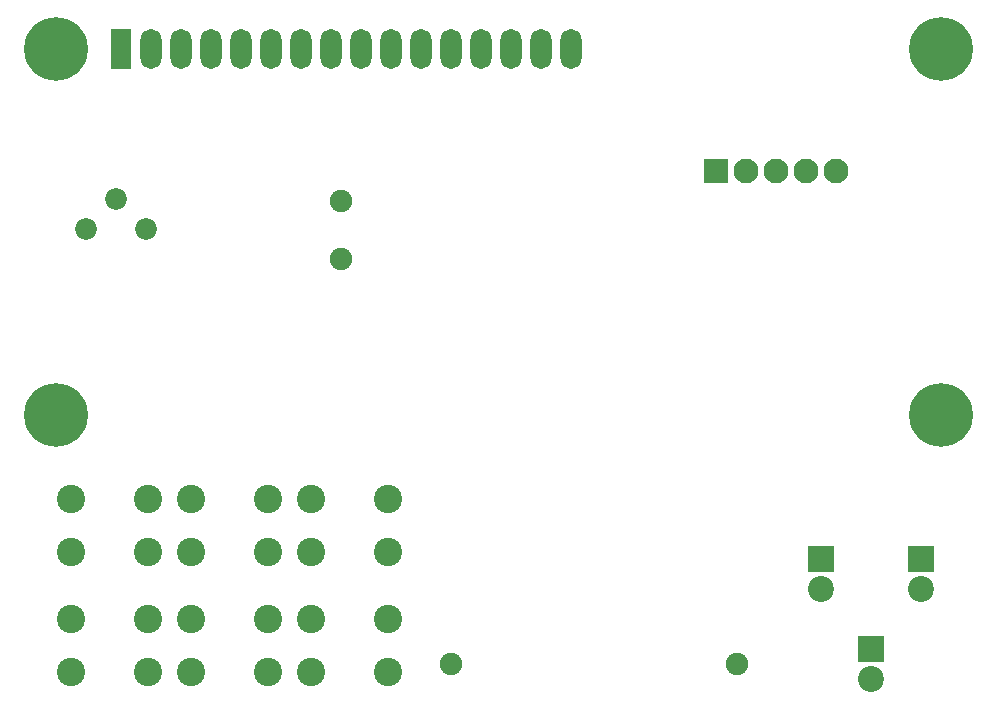
<source format=gbs>
G04 #@! TF.FileFunction,Soldermask,Bot*
%FSLAX46Y46*%
G04 Gerber Fmt 4.6, Leading zero omitted, Abs format (unit mm)*
G04 Created by KiCad (PCBNEW 4.0.7) date 11/26/17 13:54:13*
%MOMM*%
%LPD*%
G01*
G04 APERTURE LIST*
%ADD10C,0.100000*%
%ADD11C,1.900000*%
%ADD12C,2.400000*%
%ADD13R,1.800000X3.400000*%
%ADD14O,1.800000X3.400000*%
%ADD15C,5.400000*%
%ADD16R,2.200000X2.200000*%
%ADD17C,2.200000*%
%ADD18R,2.100000X2.100000*%
%ADD19C,2.100000*%
%ADD20C,1.840000*%
G04 APERTURE END LIST*
D10*
D11*
X142680000Y-125720000D03*
X166880000Y-125720000D03*
D12*
X110490000Y-126420000D03*
X110490000Y-121920000D03*
X116990000Y-126420000D03*
X116990000Y-121920000D03*
D11*
X133350000Y-91440000D03*
X133350000Y-86560000D03*
D13*
X114680000Y-73620000D03*
D14*
X117220000Y-73620000D03*
X119760000Y-73620000D03*
X122300000Y-73620000D03*
X124840000Y-73620000D03*
X127380000Y-73620000D03*
X129920000Y-73620000D03*
X132460000Y-73620000D03*
X135000000Y-73620000D03*
X137540000Y-73620000D03*
X140080000Y-73620000D03*
X142620000Y-73620000D03*
X145160000Y-73620000D03*
X147700000Y-73620000D03*
X150240000Y-73620000D03*
X152780000Y-73620000D03*
D15*
X109180000Y-73620000D03*
X109180000Y-104620000D03*
X184180000Y-73620000D03*
X184180000Y-104620000D03*
D16*
X178230000Y-124460000D03*
D17*
X178230000Y-127000000D03*
D16*
X173990000Y-116840000D03*
D17*
X173990000Y-119380000D03*
D16*
X182450000Y-116840000D03*
D17*
X182450000Y-119380000D03*
D12*
X110490000Y-116260000D03*
X110490000Y-111760000D03*
X116990000Y-116260000D03*
X116990000Y-111760000D03*
X120650000Y-116260000D03*
X120650000Y-111760000D03*
X127150000Y-116260000D03*
X127150000Y-111760000D03*
X120650000Y-126420000D03*
X120650000Y-121920000D03*
X127150000Y-126420000D03*
X127150000Y-121920000D03*
X130810000Y-126420000D03*
X130810000Y-121920000D03*
X137310000Y-126420000D03*
X137310000Y-121920000D03*
X130810000Y-116260000D03*
X130810000Y-111760000D03*
X137310000Y-116260000D03*
X137310000Y-111760000D03*
D18*
X165100000Y-84000000D03*
D19*
X167640000Y-84000000D03*
X170180000Y-84000000D03*
X172720000Y-84000000D03*
X175260000Y-84000000D03*
D20*
X111760000Y-88900000D03*
X114300000Y-86360000D03*
X116840000Y-88900000D03*
M02*

</source>
